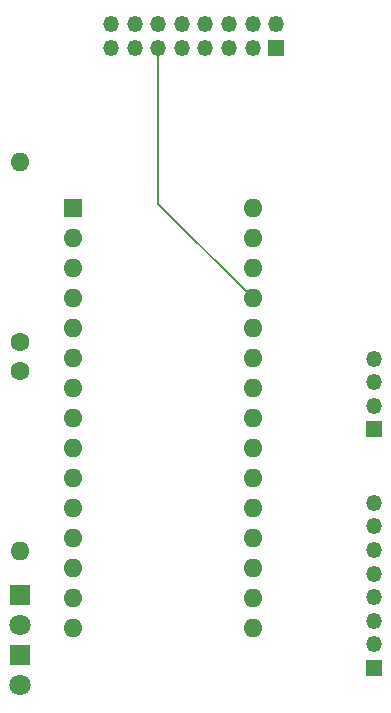
<source format=gbr>
%TF.GenerationSoftware,KiCad,Pcbnew,8.0.8*%
%TF.CreationDate,2025-01-20T00:36:11+01:00*%
%TF.ProjectId,NANO_MPU_SD,4e414e4f-5f4d-4505-955f-53442e6b6963,rev?*%
%TF.SameCoordinates,Original*%
%TF.FileFunction,Copper,L4,Bot*%
%TF.FilePolarity,Positive*%
%FSLAX46Y46*%
G04 Gerber Fmt 4.6, Leading zero omitted, Abs format (unit mm)*
G04 Created by KiCad (PCBNEW 8.0.8) date 2025-01-20 00:36:11*
%MOMM*%
%LPD*%
G01*
G04 APERTURE LIST*
%TA.AperFunction,ComponentPad*%
%ADD10C,1.600000*%
%TD*%
%TA.AperFunction,ComponentPad*%
%ADD11O,1.600000X1.600000*%
%TD*%
%TA.AperFunction,ComponentPad*%
%ADD12R,1.800000X1.800000*%
%TD*%
%TA.AperFunction,ComponentPad*%
%ADD13C,1.800000*%
%TD*%
%TA.AperFunction,ComponentPad*%
%ADD14R,1.350000X1.350000*%
%TD*%
%TA.AperFunction,ComponentPad*%
%ADD15O,1.350000X1.350000*%
%TD*%
%TA.AperFunction,ComponentPad*%
%ADD16R,1.600000X1.600000*%
%TD*%
%TA.AperFunction,Conductor*%
%ADD17C,0.200000*%
%TD*%
G04 APERTURE END LIST*
D10*
%TO.P,R2,1*%
%TO.N,Net-(A1-D5)*%
X53100000Y-81460000D03*
D11*
%TO.P,R2,2*%
%TO.N,Net-(D1-A)*%
X53100000Y-96700000D03*
%TD*%
D12*
%TO.P,D2,1,K*%
%TO.N,GND*%
X53100000Y-105530000D03*
D13*
%TO.P,D2,2,A*%
%TO.N,Net-(D2-A)*%
X53100000Y-108070000D03*
%TD*%
D14*
%TO.P,J2,1,ePin_b2*%
%TO.N,GND*%
X74800000Y-54100000D03*
D15*
%TO.P,J2,2,ePin_a2*%
X74800000Y-52100000D03*
%TO.P,J2,3,eePin_b4*%
%TO.N,Net-(A1-D12)*%
X72800000Y-54100000D03*
%TO.P,J2,4,ePin_a4*%
X72800000Y-52100000D03*
%TO.P,J2,5,ePin_b6*%
%TO.N,Net-(A1-D13)*%
X70800000Y-54100000D03*
%TO.P,J2,6,ePin_a6*%
X70800000Y-52100000D03*
%TO.P,J2,7,ePin_b8*%
%TO.N,Net-(A1-D11)*%
X68800000Y-54100000D03*
%TO.P,J2,8,ePin_a8*%
X68800000Y-52100000D03*
%TO.P,J2,9,ePin_b10*%
%TO.N,Net-(A1-D10)*%
X66800000Y-54100000D03*
%TO.P,J2,10,ePin_a10*%
X66800000Y-52100000D03*
%TO.P,J2,11,ePin_b12*%
%TO.N,+5V*%
X64800000Y-54100000D03*
%TO.P,J2,12,ePin_a12*%
X64800000Y-52100000D03*
%TO.P,J2,13,Pin_b14*%
%TO.N,+3.3V*%
X62800000Y-54100000D03*
%TO.P,J2,14,ePin_a14*%
X62800000Y-52100000D03*
%TO.P,J2,15,ePin_b16*%
%TO.N,GND*%
X60800000Y-54100000D03*
%TO.P,J2,16,ePin_a16*%
X60800000Y-52100000D03*
%TD*%
D16*
%TO.P,A1,1,D1/TX*%
%TO.N,unconnected-(A1-D1{slash}TX-Pad1)*%
X57560000Y-67660000D03*
D11*
%TO.P,A1,2,D0/RX*%
%TO.N,unconnected-(A1-D0{slash}RX-Pad2)*%
X57560000Y-70200000D03*
%TO.P,A1,3,~{RESET}*%
%TO.N,unconnected-(A1-~{RESET}-Pad3)*%
X57560000Y-72740000D03*
%TO.P,A1,4,GND*%
%TO.N,GND*%
X57560000Y-75280000D03*
%TO.P,A1,5,D2*%
%TO.N,unconnected-(A1-D2-Pad5)*%
X57560000Y-77820000D03*
%TO.P,A1,6,D3*%
%TO.N,Net-(A1-D3)*%
X57560000Y-80360000D03*
%TO.P,A1,7,D4*%
%TO.N,unconnected-(A1-D4-Pad7)*%
X57560000Y-82900000D03*
%TO.P,A1,8,D5*%
%TO.N,Net-(A1-D5)*%
X57560000Y-85440000D03*
%TO.P,A1,9,D6*%
%TO.N,unconnected-(A1-D6-Pad9)*%
X57560000Y-87980000D03*
%TO.P,A1,10,D7*%
%TO.N,unconnected-(A1-D7-Pad10)*%
X57560000Y-90520000D03*
%TO.P,A1,11,D8*%
%TO.N,unconnected-(A1-D8-Pad11)*%
X57560000Y-93060000D03*
%TO.P,A1,12,D9*%
%TO.N,unconnected-(A1-D9-Pad12)*%
X57560000Y-95600000D03*
%TO.P,A1,13,D10*%
%TO.N,Net-(A1-D10)*%
X57560000Y-98140000D03*
%TO.P,A1,14,D11*%
%TO.N,Net-(A1-D11)*%
X57560000Y-100680000D03*
%TO.P,A1,15,D12*%
%TO.N,Net-(A1-D12)*%
X57560000Y-103220000D03*
%TO.P,A1,16,D13*%
%TO.N,Net-(A1-D13)*%
X72800000Y-103220000D03*
%TO.P,A1,17,3V3*%
%TO.N,+3.3V*%
X72800000Y-100680000D03*
%TO.P,A1,18,AREF*%
%TO.N,unconnected-(A1-AREF-Pad18)*%
X72800000Y-98140000D03*
%TO.P,A1,19,A0*%
%TO.N,unconnected-(A1-A0-Pad19)*%
X72800000Y-95600000D03*
%TO.P,A1,20,A1*%
%TO.N,unconnected-(A1-A1-Pad20)*%
X72800000Y-93060000D03*
%TO.P,A1,21,A2*%
%TO.N,unconnected-(A1-A2-Pad21)*%
X72800000Y-90520000D03*
%TO.P,A1,22,A3*%
%TO.N,unconnected-(A1-A3-Pad22)*%
X72800000Y-87980000D03*
%TO.P,A1,23,A4*%
%TO.N,Net-(A1-A4)*%
X72800000Y-85440000D03*
%TO.P,A1,24,A5*%
%TO.N,Net-(A1-A5)*%
X72800000Y-82900000D03*
%TO.P,A1,25,A6*%
%TO.N,unconnected-(A1-A6-Pad25)*%
X72800000Y-80360000D03*
%TO.P,A1,26,A7*%
%TO.N,unconnected-(A1-A7-Pad26)*%
X72800000Y-77820000D03*
%TO.P,A1,27,+5V*%
%TO.N,+5V*%
X72800000Y-75280000D03*
%TO.P,A1,28,~{RESET}*%
%TO.N,unconnected-(A1-~{RESET}-Pad28)*%
X72800000Y-72740000D03*
%TO.P,A1,29,GND*%
%TO.N,unconnected-(A1-GND-Pad29)*%
X72800000Y-70200000D03*
%TO.P,A1,30,VIN*%
%TO.N,unconnected-(A1-VIN-Pad30)*%
X72800000Y-67660000D03*
%TD*%
D14*
%TO.P,J3,1,Pin_1*%
%TO.N,+3.3V*%
X83100000Y-86400000D03*
D15*
%TO.P,J3,2,Pin_2*%
%TO.N,GND*%
X83100000Y-84400000D03*
%TO.P,J3,3,Pin_3*%
%TO.N,Net-(A1-A5)*%
X83100000Y-82400000D03*
%TO.P,J3,4,Pin_4*%
%TO.N,Net-(A1-A4)*%
X83100000Y-80400000D03*
%TD*%
D12*
%TO.P,D1,1,K*%
%TO.N,GND*%
X53100000Y-100460000D03*
D13*
%TO.P,D1,2,A*%
%TO.N,Net-(D1-A)*%
X53100000Y-103000000D03*
%TD*%
D14*
%TO.P,J1,1,Pin_1*%
%TO.N,+3.3V*%
X83100000Y-106600000D03*
D15*
%TO.P,J1,2,Pin_2*%
%TO.N,GND*%
X83100000Y-104600000D03*
%TO.P,J1,3,Pin_3*%
%TO.N,Net-(A1-A5)*%
X83100000Y-102600000D03*
%TO.P,J1,4,Pin_4*%
%TO.N,Net-(A1-A4)*%
X83100000Y-100600000D03*
%TO.P,J1,5,Pin_5*%
%TO.N,unconnected-(J1-Pin_5-Pad5)*%
X83100000Y-98600000D03*
%TO.P,J1,6,Pin_6*%
%TO.N,unconnected-(J1-Pin_6-Pad6)*%
X83100000Y-96600000D03*
%TO.P,J1,7,Pin_7*%
%TO.N,unconnected-(J1-Pin_7-Pad7)*%
X83100000Y-94600000D03*
%TO.P,J1,8,Pin_8*%
%TO.N,unconnected-(J1-Pin_8-Pad8)*%
X83100000Y-92600000D03*
%TD*%
D10*
%TO.P,R1,1*%
%TO.N,Net-(D2-A)*%
X53100000Y-79000000D03*
D11*
%TO.P,R1,2*%
%TO.N,Net-(A1-D3)*%
X53100000Y-63760000D03*
%TD*%
D17*
%TO.N,+5V*%
X64800000Y-54100000D02*
X64800000Y-67280000D01*
X64800000Y-67280000D02*
X72800000Y-75280000D01*
%TD*%
M02*

</source>
